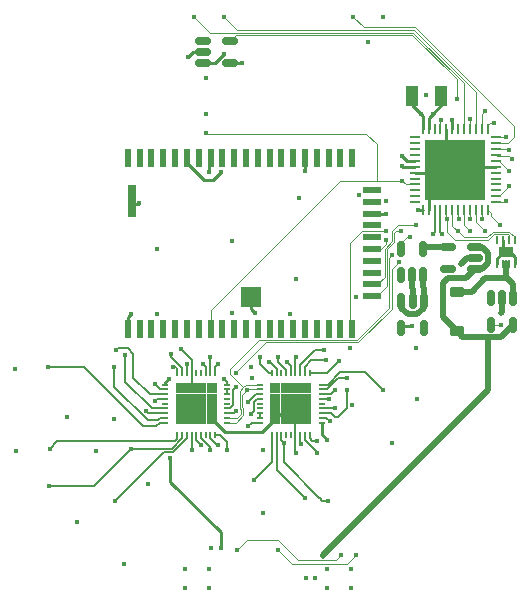
<source format=gbr>
%TF.GenerationSoftware,KiCad,Pcbnew,7.0.1*%
%TF.CreationDate,2023-04-30T22:37:30+01:00*%
%TF.ProjectId,left_main,6c656674-5f6d-4616-996e-2e6b69636164,rev?*%
%TF.SameCoordinates,Original*%
%TF.FileFunction,Copper,L4,Bot*%
%TF.FilePolarity,Positive*%
%FSLAX46Y46*%
G04 Gerber Fmt 4.6, Leading zero omitted, Abs format (unit mm)*
G04 Created by KiCad (PCBNEW 7.0.1) date 2023-04-30 22:37:30*
%MOMM*%
%LPD*%
G01*
G04 APERTURE LIST*
G04 Aperture macros list*
%AMRoundRect*
0 Rectangle with rounded corners*
0 $1 Rounding radius*
0 $2 $3 $4 $5 $6 $7 $8 $9 X,Y pos of 4 corners*
0 Add a 4 corners polygon primitive as box body*
4,1,4,$2,$3,$4,$5,$6,$7,$8,$9,$2,$3,0*
0 Add four circle primitives for the rounded corners*
1,1,$1+$1,$2,$3*
1,1,$1+$1,$4,$5*
1,1,$1+$1,$6,$7*
1,1,$1+$1,$8,$9*
0 Add four rect primitives between the rounded corners*
20,1,$1+$1,$2,$3,$4,$5,0*
20,1,$1+$1,$4,$5,$6,$7,0*
20,1,$1+$1,$6,$7,$8,$9,0*
20,1,$1+$1,$8,$9,$2,$3,0*%
G04 Aperture macros list end*
%TA.AperFunction,SMDPad,CuDef*%
%ADD10R,0.600000X1.500000*%
%TD*%
%TA.AperFunction,SMDPad,CuDef*%
%ADD11R,1.500000X0.600000*%
%TD*%
%TA.AperFunction,SMDPad,CuDef*%
%ADD12R,0.760000X2.790000*%
%TD*%
%TA.AperFunction,SMDPad,CuDef*%
%ADD13R,1.780000X1.780000*%
%TD*%
%TA.AperFunction,SMDPad,CuDef*%
%ADD14O,0.650000X0.200000*%
%TD*%
%TA.AperFunction,SMDPad,CuDef*%
%ADD15O,0.200000X0.650000*%
%TD*%
%TA.AperFunction,SMDPad,CuDef*%
%ADD16R,0.875000X0.875000*%
%TD*%
%TA.AperFunction,SMDPad,CuDef*%
%ADD17R,1.000000X1.800000*%
%TD*%
%TA.AperFunction,SMDPad,CuDef*%
%ADD18RoundRect,0.062500X-0.062500X0.375000X-0.062500X-0.375000X0.062500X-0.375000X0.062500X0.375000X0*%
%TD*%
%TA.AperFunction,SMDPad,CuDef*%
%ADD19RoundRect,0.062500X-0.375000X0.062500X-0.375000X-0.062500X0.375000X-0.062500X0.375000X0.062500X0*%
%TD*%
%TA.AperFunction,SMDPad,CuDef*%
%ADD20R,5.100000X5.100000*%
%TD*%
%TA.AperFunction,SMDPad,CuDef*%
%ADD21RoundRect,0.225000X0.375000X-0.225000X0.375000X0.225000X-0.375000X0.225000X-0.375000X-0.225000X0*%
%TD*%
%TA.AperFunction,SMDPad,CuDef*%
%ADD22RoundRect,0.150000X-0.150000X0.512500X-0.150000X-0.512500X0.150000X-0.512500X0.150000X0.512500X0*%
%TD*%
%TA.AperFunction,SMDPad,CuDef*%
%ADD23RoundRect,0.150000X0.150000X-0.512500X0.150000X0.512500X-0.150000X0.512500X-0.150000X-0.512500X0*%
%TD*%
%TA.AperFunction,SMDPad,CuDef*%
%ADD24RoundRect,0.150000X-0.512500X-0.150000X0.512500X-0.150000X0.512500X0.150000X-0.512500X0.150000X0*%
%TD*%
%TA.AperFunction,SMDPad,CuDef*%
%ADD25R,0.254000X0.711200*%
%TD*%
%TA.AperFunction,SMDPad,CuDef*%
%ADD26R,1.295400X0.889000*%
%TD*%
%TA.AperFunction,SMDPad,CuDef*%
%ADD27RoundRect,0.150000X0.512500X0.150000X-0.512500X0.150000X-0.512500X-0.150000X0.512500X-0.150000X0*%
%TD*%
%TA.AperFunction,ViaPad*%
%ADD28C,0.450000*%
%TD*%
%TA.AperFunction,Conductor*%
%ADD29C,0.500000*%
%TD*%
%TA.AperFunction,Conductor*%
%ADD30C,0.250000*%
%TD*%
%TA.AperFunction,Conductor*%
%ADD31C,0.150000*%
%TD*%
%TA.AperFunction,Conductor*%
%ADD32C,0.100000*%
%TD*%
%TA.AperFunction,Conductor*%
%ADD33C,0.127000*%
%TD*%
%TA.AperFunction,Conductor*%
%ADD34C,0.200000*%
%TD*%
G04 APERTURE END LIST*
D10*
%TO.P,U1,1,DR1*%
%TO.N,/DR1*%
X56130000Y-41760000D03*
%TO.P,U1,2,RFS1*%
%TO.N,/RFS1*%
X57130000Y-41760000D03*
%TO.P,U1,3,SCLK1*%
%TO.N,/SCLK1*%
X58130000Y-41760000D03*
%TO.P,U1,4,DT1*%
%TO.N,/DT1*%
X59130000Y-41760000D03*
%TO.P,U1,5,MCLK1*%
%TO.N,/MCLK1*%
X60130000Y-41760000D03*
%TO.P,U1,6,AOHPR*%
%TO.N,/AOHPR*%
X61130000Y-41760000D03*
%TO.P,U1,7,AOHPM*%
%TO.N,/AOHPM*%
X62130000Y-41760000D03*
%TO.P,U1,8,AOHPL*%
%TO.N,/AOHPL*%
X63130000Y-41760000D03*
%TO.P,U1,9,MICN2*%
%TO.N,/MICN2*%
X64130000Y-41760000D03*
%TO.P,U1,10,MICP2*%
%TO.N,/MICP2*%
X65130000Y-41760000D03*
%TO.P,U1,11,AIR*%
%TO.N,/AIR*%
X66130000Y-41760000D03*
%TO.P,U1,12,AIL*%
%TO.N,/AIL*%
X67130000Y-41760000D03*
%TO.P,U1,13,MICN1*%
%TO.N,/MICN1*%
X68130000Y-41760000D03*
%TO.P,U1,14,MICP1*%
%TO.N,/MICP1*%
X69130000Y-41760000D03*
%TO.P,U1,15,MICBIAS*%
%TO.N,/MICBIAS*%
X70130000Y-41760000D03*
%TO.P,U1,16,GND*%
%TO.N,GND*%
X71130000Y-41760000D03*
%TO.P,U1,17,DMIC1_CLK*%
%TO.N,/DMIC1_CLK*%
X72130000Y-41760000D03*
%TO.P,U1,18,DMIC1_R*%
%TO.N,/DMIC1_R*%
X73130000Y-41760000D03*
%TO.P,U1,19,DMIC1_L*%
%TO.N,/DMIC1_L*%
X74130000Y-41760000D03*
%TO.P,U1,20,P3_2*%
%TO.N,/P3_2*%
X75130000Y-41760000D03*
D11*
%TO.P,U1,21,P2_6*%
%TO.N,/P2_6*%
X76780000Y-44510000D03*
%TO.P,U1,22,ADAP_IN*%
%TO.N,/ADAP_IN*%
X76780000Y-45510000D03*
%TO.P,U1,23,BAT_IN*%
%TO.N,+3V3*%
X76780000Y-46510000D03*
%TO.P,U1,24,SYS_PWR*%
%TO.N,/SYS_PWR*%
X76780000Y-47510000D03*
%TO.P,U1,25,VDD_IO*%
%TO.N,/VDD_IO*%
X76780000Y-48510000D03*
%TO.P,U1,26,PWR(MFB)*%
%TO.N,/D4*%
X76780000Y-49510000D03*
%TO.P,U1,27,SK1_AMB_DET*%
%TO.N,/SK1_AMB_DET*%
X76780000Y-50510000D03*
%TO.P,U1,28,SK2_KEY_AD*%
%TO.N,/SK2_KEY_AD*%
X76780000Y-51510000D03*
%TO.P,U1,29,P8_6/UART_RXD*%
%TO.N,/BM83_UART_RX*%
X76780000Y-52510000D03*
%TO.P,U1,30,P8_5/UART_TXD*%
%TO.N,/BM83_UART_TX*%
X76780000Y-53510000D03*
D10*
%TO.P,U1,31,P3_4/UART_RTS*%
%TO.N,/BM83_PROG_EN*%
X75130000Y-56260000D03*
%TO.P,U1,32,LED1*%
%TO.N,/LED1*%
X74130000Y-56260000D03*
%TO.P,U1,33,P0_2*%
%TO.N,/P0_2*%
X73130000Y-56260000D03*
%TO.P,U1,34,LED2*%
%TO.N,/LED2*%
X72130000Y-56260000D03*
%TO.P,U1,35,P0_6*%
%TO.N,/P0_6*%
X71130000Y-56260000D03*
%TO.P,U1,36,DM*%
%TO.N,/DN*%
X70130000Y-56260000D03*
%TO.P,U1,37,DP*%
%TO.N,/DP*%
X69130000Y-56260000D03*
%TO.P,U1,38,P0_3*%
%TO.N,/P0_3*%
X68130000Y-56260000D03*
%TO.P,U1,39,P2_7*%
%TO.N,/P2_7*%
X67130000Y-56260000D03*
%TO.P,U1,40,P0_5*%
%TO.N,/P0_5*%
X66130000Y-56260000D03*
%TO.P,U1,41,P1_6/PWM1*%
%TO.N,/P1_6*%
X65130000Y-56260000D03*
%TO.P,U1,42,P2_3*%
%TO.N,/P2_3*%
X64130000Y-56260000D03*
%TO.P,U1,43,RST_N*%
%TO.N,/~{RESET}*%
X63130000Y-56260000D03*
%TO.P,U1,44,P0_1*%
%TO.N,/P0_1*%
X62130000Y-56260000D03*
%TO.P,U1,45,P0_7*%
%TO.N,/P0_7*%
X61130000Y-56260000D03*
%TO.P,U1,46,P1_2/TDI_CPU/SDL*%
%TO.N,/P1_2*%
X60130000Y-56260000D03*
%TO.P,U1,47,P1_3/TCK_CPU/SDA*%
%TO.N,/P1_3*%
X59130000Y-56260000D03*
%TO.P,U1,48,P3_7/UART_CTS*%
%TO.N,/P3_7*%
X58130000Y-56260000D03*
%TO.P,U1,49,P0_0/UART_TX_IND*%
%TO.N,/P0_0*%
X57130000Y-56260000D03*
D12*
%TO.P,U1,50,GND*%
%TO.N,GND*%
X56450000Y-45470000D03*
D13*
X66560000Y-53530000D03*
D10*
X56130000Y-56260000D03*
%TD*%
D14*
%TO.P,IC1,1,AGND*%
%TO.N,GND*%
X67296428Y-64200000D03*
%TO.P,IC1,2,QLINL*%
%TO.N,Net-(IC1-LINL)*%
X67296428Y-63800000D03*
%TO.P,IC1,3,LINL*%
X67296428Y-63400000D03*
%TO.P,IC1,4,TRSDA*%
%TO.N,unconnected-(IC1-TRSDA-Pad4)*%
X67296428Y-63000000D03*
%TO.P,IC1,5,TRSCL*%
%TO.N,unconnected-(IC1-TRSCL-Pad5)*%
X67296428Y-62600000D03*
%TO.P,IC1,6,LINR*%
%TO.N,Net-(IC1-LINR)*%
X67296428Y-62200000D03*
%TO.P,IC1,7,QLINR*%
%TO.N,Net-(IC1-QLINR)*%
X67296428Y-61800000D03*
%TO.P,IC1,8,ANC/CSDA*%
%TO.N,/I2C_SDA*%
X67296428Y-61400000D03*
%TO.P,IC1,9,MODE/CSCL*%
%TO.N,/I2C_SCL*%
X67296428Y-61000000D03*
D15*
%TO.P,IC1,10,MICACL*%
%TO.N,Net-(IC1-MICACL)*%
X68321428Y-59975000D03*
%TO.P,IC1,11,MICL*%
%TO.N,Net-(IC1-MICL)*%
X68721428Y-59975000D03*
%TO.P,IC1,12,ILED*%
%TO.N,unconnected-(IC1-ILED-Pad12)*%
X69121428Y-59975000D03*
%TO.P,IC1,13,MICS*%
%TO.N,Net-(IC1-MICS)*%
X69521428Y-59975000D03*
%TO.P,IC1,14,MICR*%
%TO.N,Net-(IC1-MICR)*%
X69921428Y-59975000D03*
%TO.P,IC1,15,MICACR*%
%TO.N,Net-(IC1-MICACR)*%
X70321428Y-59975000D03*
%TO.P,IC1,16,QMICR*%
%TO.N,Net-(IC1-QMICR)*%
X70721428Y-59975000D03*
%TO.P,IC1,17,IOP1R*%
%TO.N,/HP_driver_R/IOP1R*%
X71121428Y-59975000D03*
%TO.P,IC1,18,QOP1R*%
%TO.N,/HP_driver_R/QOP1R*%
X71521428Y-59975000D03*
D14*
%TO.P,IC1,19,IOP2R*%
%TO.N,/HP_driver_R/IOP2R*%
X72546428Y-61000000D03*
%TO.P,IC1,20,QOP2R*%
%TO.N,/HP_driver_R/QOP2R*%
X72546428Y-61400000D03*
%TO.P,IC1,21,BPL*%
%TO.N,GND*%
X72546428Y-61800000D03*
%TO.P,IC1,22,HPL*%
%TO.N,/HP_R_-*%
X72546428Y-62200000D03*
%TO.P,IC1,23,MIXL*%
%TO.N,unconnected-(IC1-MIXL-Pad23)*%
X72546428Y-62600000D03*
%TO.P,IC1,24,MIXR*%
%TO.N,Net-(IC1-MIXR)*%
X72546428Y-63000000D03*
%TO.P,IC1,25,HPR*%
%TO.N,/HP_R_+*%
X72546428Y-63400000D03*
%TO.P,IC1,26,BPR*%
%TO.N,/audio_in_R*%
X72546428Y-63800000D03*
%TO.P,IC1,27,VBAT*%
%TO.N,+1V8*%
X72546428Y-64200000D03*
D15*
%TO.P,IC1,28,CPP*%
%TO.N,Net-(IC1-CPP)*%
X71521428Y-65225000D03*
%TO.P,IC1,29,GND*%
%TO.N,GND*%
X71121428Y-65225000D03*
%TO.P,IC1,30,CPN*%
%TO.N,Net-(IC1-CPN)*%
X70721428Y-65225000D03*
%TO.P,IC1,31,VNEG*%
%TO.N,/HP_driver_L/vneg*%
X70321428Y-65225000D03*
%TO.P,IC1,32,QOP2L*%
%TO.N,unconnected-(IC1-QOP2L-Pad32)*%
X69921428Y-65225000D03*
%TO.P,IC1,33,IOP2L*%
%TO.N,unconnected-(IC1-IOP2L-Pad33)*%
X69521428Y-65225000D03*
%TO.P,IC1,34,QOP1L*%
%TO.N,Net-(IC1-MIXR)*%
X69121428Y-65225000D03*
%TO.P,IC1,35,IOP1L*%
%TO.N,Net-(IC1-IOP1L)*%
X68721428Y-65225000D03*
%TO.P,IC1,36,QMICL*%
%TO.N,Net-(IC1-QMICL)*%
X68321428Y-65225000D03*
D16*
%TO.P,IC1,37,EP*%
%TO.N,/HP_driver_L/vneg*%
X68608928Y-61287500D03*
X68608928Y-62162500D03*
X68608928Y-63037500D03*
X68608928Y-63912500D03*
X69483928Y-61287500D03*
X69483928Y-62162500D03*
X69483928Y-63037500D03*
X69483928Y-63912500D03*
X70358928Y-61287500D03*
X70358928Y-62162500D03*
X70358928Y-63037500D03*
X70358928Y-63912500D03*
X71233928Y-61287500D03*
X71233928Y-62162500D03*
X71233928Y-63037500D03*
X71233928Y-63912500D03*
%TD*%
D17*
%TO.P,Y1,1,1*%
%TO.N,Net-(U2-PA00{slash}EINT0{slash}SERCOM1.0)*%
X80176500Y-36566500D03*
%TO.P,Y1,2,2*%
%TO.N,Net-(U2-PA01{slash}EINT1{slash}SERCOM1.1)*%
X82676500Y-36566500D03*
%TD*%
D18*
%TO.P,U2,1,PA00/EINT0/SERCOM1.0*%
%TO.N,Net-(U2-PA00{slash}EINT0{slash}SERCOM1.0)*%
X81098000Y-39353000D03*
%TO.P,U2,2,PA01/EINT1/SERCOM1.1*%
%TO.N,Net-(U2-PA01{slash}EINT1{slash}SERCOM1.1)*%
X81598000Y-39353000D03*
%TO.P,U2,3,PA02/EINT2/AIN0/Y0/VOUT*%
%TO.N,/A0*%
X82098000Y-39353000D03*
%TO.P,U2,4,PA03/EINT3/VREFA/AIN1*%
%TO.N,/AREF*%
X82598000Y-39353000D03*
%TO.P,U2,5,GNDA*%
%TO.N,GND*%
X83098000Y-39353000D03*
%TO.P,U2,6,VDDA*%
%TO.N,VDD*%
X83598000Y-39353000D03*
%TO.P,U2,7,PB08/I8/AIN2/SERCOM4.0*%
%TO.N,/A1*%
X84098000Y-39353000D03*
%TO.P,U2,8,PB09/I9/AIN3/SERCOM4.1*%
%TO.N,/A2*%
X84598000Y-39353000D03*
%TO.P,U2,9,PA04/EINT4/VREFB/AIN4/SERCOM0.0*%
%TO.N,/A3*%
X85098000Y-39353000D03*
%TO.P,U2,10,PA05/EINT5/AIN5/SERCOM0.1*%
%TO.N,/A4*%
X85598000Y-39353000D03*
%TO.P,U2,11,PA06/EINT6/AIN6/SERCOM0.2*%
%TO.N,/BM83_PROG_EN*%
X86098000Y-39353000D03*
%TO.P,U2,12,PA07/I7/AIN7/SERCOM0.3/I2SD0*%
%TO.N,/BAT_V_SENSE*%
X86598000Y-39353000D03*
D19*
%TO.P,U2,13,PA08/I2C/AIN16/SERCOM0+2.0/I2SD1*%
%TO.N,/D4*%
X87285500Y-40040500D03*
%TO.P,U2,14,PA09/I2C/I9/AIN17/SERCOM0+2.1/I2SMC*%
%TO.N,/D3*%
X87285500Y-40540500D03*
%TO.P,U2,15,PA10/I10/AIN18/SERCOM0+2.2/I2SCK*%
%TO.N,/BM83_UART_RX*%
X87285500Y-41040500D03*
%TO.P,U2,16,PA11/I11/AIN19/SERCOM0+2.3/I2SF0*%
%TO.N,/BM83_UART_TX*%
X87285500Y-41540500D03*
%TO.P,U2,17,VDDIO*%
%TO.N,VDD*%
X87285500Y-42040500D03*
%TO.P,U2,18,GND*%
%TO.N,GND*%
X87285500Y-42540500D03*
%TO.P,U2,19,PB10/I10/SERCOM4.2/I2SMC*%
%TO.N,/MOSI*%
X87285500Y-43040500D03*
%TO.P,U2,20,PB11/I11/SERCOM4.3/I2SCL*%
%TO.N,/SCLK*%
X87285500Y-43540500D03*
%TO.P,U2,21,PA12/I12/I2C/SERCOM2+4.0*%
%TO.N,/MISO*%
X87285500Y-44040500D03*
%TO.P,U2,22,PA13/I13/I2C/SERCOM2+4.1*%
%TO.N,unconnected-(U2-PA13{slash}I13{slash}I2C{slash}SERCOM2+4.1-Pad22)*%
X87285500Y-44540500D03*
%TO.P,U2,23,PA14/I14/SERCOM2+4.2*%
%TO.N,/D2*%
X87285500Y-45040500D03*
%TO.P,U2,24,PA15/I15/SERCOM3+4.3*%
%TO.N,/3V3_EN*%
X87285500Y-45540500D03*
D18*
%TO.P,U2,25,PA16/I2C/I0/SERCOM1+3.0*%
%TO.N,/D11*%
X86598000Y-46228000D03*
%TO.P,U2,26,PA17/I2C/I1/SERCOM1+3.1*%
%TO.N,/D13*%
X86098000Y-46228000D03*
%TO.P,U2,27,PA18/I2/SERCOM1+3.2*%
%TO.N,/D10*%
X85598000Y-46228000D03*
%TO.P,U2,28,PA19/I3/SERCOM1+3.3/I2SD0*%
%TO.N,/ANC_ON*%
X85098000Y-46228000D03*
%TO.P,U2,29,PA20/I4/SERCOM3+5.2/I2SSC*%
%TO.N,/ANC_OFF*%
X84598000Y-46228000D03*
%TO.P,U2,30,PA21/I5/SERCOM3+5.3/I2SFS0*%
%TO.N,/ANC_PBO*%
X84098000Y-46228000D03*
%TO.P,U2,31,PA22/I2C/I6/SERCOM3+5.0*%
%TO.N,/I2C_SDA*%
X83598000Y-46228000D03*
%TO.P,U2,32,PA23/I2C/I7/SERCOM3+5.1/SOF*%
%TO.N,/I2C_SCL*%
X83098000Y-46228000D03*
%TO.P,U2,33,PA24/I12/SERCOM3+5.2/D-*%
%TO.N,/USB_D-*%
X82598000Y-46228000D03*
%TO.P,U2,34,PA25/I13/SERCOM3+5.3/D+*%
%TO.N,/USB_D+*%
X82098000Y-46228000D03*
%TO.P,U2,35,GND*%
%TO.N,GND*%
X81598000Y-46228000D03*
%TO.P,U2,36,VDDIO*%
%TO.N,VDD*%
X81098000Y-46228000D03*
D19*
%TO.P,U2,37,PB22/I6/SERCOM5.2*%
%TO.N,unconnected-(U2-PB22{slash}I6{slash}SERCOM5.2-Pad37)*%
X80410500Y-45540500D03*
%TO.P,U2,38,PB23/I7/SERCOM5.3*%
%TO.N,unconnected-(U2-PB23{slash}I7{slash}SERCOM5.3-Pad38)*%
X80410500Y-45040500D03*
%TO.P,U2,39,PA27/I15*%
%TO.N,unconnected-(U2-PA27{slash}I15-Pad39)*%
X80410500Y-44540500D03*
%TO.P,U2,40,/RESET*%
%TO.N,/~{RESET}*%
X80410500Y-44040500D03*
%TO.P,U2,41,PA28/I8*%
%TO.N,unconnected-(U2-PA28{slash}I8-Pad41)*%
X80410500Y-43540500D03*
%TO.P,U2,42,GND*%
%TO.N,GND*%
X80410500Y-43040500D03*
%TO.P,U2,43,VDDCORE*%
%TO.N,Net-(U2-VDDCORE)*%
X80410500Y-42540500D03*
%TO.P,U2,44,VDDIN*%
%TO.N,VDD*%
X80410500Y-42040500D03*
%TO.P,U2,45,PA30/I10/SECOM1.2/SWCLK*%
%TO.N,/SWCLK*%
X80410500Y-41540500D03*
%TO.P,U2,46,PA31/I11/SECOM1.3/SWDIO*%
%TO.N,/SWDIO*%
X80410500Y-41040500D03*
%TO.P,U2,47,PB02/I2/AIN10/SERCOM5.0*%
%TO.N,/A5*%
X80410500Y-40540500D03*
%TO.P,U2,48,PB03/I3/AIN11/SERCOM5.1*%
%TO.N,unconnected-(U2-PB03{slash}I3{slash}AIN11{slash}SERCOM5.1-Pad48)*%
X80410500Y-40040500D03*
D20*
%TO.P,U2,49,GND*%
%TO.N,GND*%
X83848000Y-42790500D03*
%TD*%
D21*
%TO.P,D2,1,C*%
%TO.N,VBUS*%
X84000000Y-56450000D03*
%TO.P,D2,2,A*%
%TO.N,+BATT*%
X84000000Y-53150000D03*
%TD*%
D22*
%TO.P,U6,1,VIN*%
%TO.N,+3V3*%
X79300000Y-53925000D03*
%TO.P,U6,2,GND*%
%TO.N,GND*%
X80250000Y-53925000D03*
%TO.P,U6,3,EN*%
%TO.N,+3V3*%
X81200000Y-53925000D03*
%TO.P,U6,4,NC*%
%TO.N,unconnected-(U6-NC-Pad4)*%
X81200000Y-56200000D03*
%TO.P,U6,5,VOUT*%
%TO.N,+1V8*%
X79300000Y-56200000D03*
%TD*%
D23*
%TO.P,U7,1,OUT*%
%TO.N,+3V3*%
X81150000Y-51737500D03*
%TO.P,U7,2,GND*%
%TO.N,GND*%
X80200000Y-51737500D03*
%TO.P,U7,3,~{FLG}*%
%TO.N,unconnected-(U7-~{FLG}-Pad3)*%
X79250000Y-51737500D03*
%TO.P,U7,4,EN*%
%TO.N,/3V3_EN*%
X79250000Y-49462500D03*
%TO.P,U7,5,IN*%
%TO.N,VDD*%
X81150000Y-49462500D03*
%TD*%
D22*
%TO.P,U3,1,STAT*%
%TO.N,unconnected-(U3-STAT-Pad1)*%
X86850000Y-53627500D03*
%TO.P,U3,2,VSS*%
%TO.N,GND*%
X87800000Y-53627500D03*
%TO.P,U3,3,VBAT*%
%TO.N,+BATT*%
X88750000Y-53627500D03*
%TO.P,U3,4,VDD*%
%TO.N,VBUS*%
X88750000Y-55902500D03*
%TO.P,U3,5,PROG*%
%TO.N,Net-(U3-PROG)*%
X86850000Y-55902500D03*
%TD*%
D24*
%TO.P,U8,1,OUT*%
%TO.N,Net-(U8-OUT)*%
X62495000Y-33782000D03*
%TO.P,U8,2,GND*%
%TO.N,GND*%
X62495000Y-32832000D03*
%TO.P,U8,3,~{FLG}*%
%TO.N,unconnected-(U8-~{FLG}-Pad3)*%
X62495000Y-31882000D03*
%TO.P,U8,4,EN*%
%TO.N,/A3*%
X64770000Y-31882000D03*
%TO.P,U8,5,IN*%
%TO.N,+3V3*%
X64770000Y-33782000D03*
%TD*%
D25*
%TO.P,U5,1,CTG*%
%TO.N,GND*%
X88876002Y-50774600D03*
%TO.P,U5,2,CELL*%
%TO.N,+BATT*%
X88376001Y-50774600D03*
%TO.P,U5,3,VDD*%
X87876001Y-50774600D03*
%TO.P,U5,4,GND*%
%TO.N,GND*%
X87376000Y-50774600D03*
%TO.P,U5,5,\u002AALRT*%
%TO.N,unconnected-(U5-\u002AALRT-Pad5)*%
X87376000Y-48768000D03*
%TO.P,U5,6,QSTRT*%
%TO.N,GND*%
X87876001Y-48768000D03*
%TO.P,U5,7,SCL*%
%TO.N,/I2C_SCL*%
X88376001Y-48768000D03*
%TO.P,U5,8,SDA*%
%TO.N,/I2C_SDA*%
X88876002Y-48768000D03*
D26*
%TO.P,U5,9,EPAD*%
%TO.N,GND*%
X88126001Y-49771300D03*
%TD*%
D14*
%TO.P,IC2,1,AGND*%
%TO.N,GND*%
X64550000Y-61000000D03*
%TO.P,IC2,2,QLINL*%
%TO.N,Net-(IC2-LINL)*%
X64550000Y-61400000D03*
%TO.P,IC2,3,LINL*%
X64550000Y-61800000D03*
%TO.P,IC2,4,TRSDA*%
%TO.N,unconnected-(IC2-TRSDA-Pad4)*%
X64550000Y-62200000D03*
%TO.P,IC2,5,TRSCL*%
%TO.N,unconnected-(IC2-TRSCL-Pad5)*%
X64550000Y-62600000D03*
%TO.P,IC2,6,LINR*%
%TO.N,Net-(IC2-LINR)*%
X64550000Y-63000000D03*
%TO.P,IC2,7,QLINR*%
%TO.N,Net-(IC2-QLINR)*%
X64550000Y-63400000D03*
%TO.P,IC2,8,ANC/CSDA*%
%TO.N,/I2C_SCL*%
X64550000Y-63800000D03*
%TO.P,IC2,9,MODE/CSCL*%
%TO.N,/I2C_SDA*%
X64550000Y-64200000D03*
D15*
%TO.P,IC2,10,MICACL*%
%TO.N,Net-(IC2-MICACL)*%
X63525000Y-65225000D03*
%TO.P,IC2,11,MICL*%
%TO.N,Net-(IC2-MICL)*%
X63125000Y-65225000D03*
%TO.P,IC2,12,ILED*%
%TO.N,unconnected-(IC2-ILED-Pad12)*%
X62725000Y-65225000D03*
%TO.P,IC2,13,MICS*%
%TO.N,Net-(IC2-MICS)*%
X62325000Y-65225000D03*
%TO.P,IC2,14,MICR*%
%TO.N,Net-(IC2-MICR)*%
X61925000Y-65225000D03*
%TO.P,IC2,15,MICACR*%
%TO.N,Net-(IC2-MICACR)*%
X61525000Y-65225000D03*
%TO.P,IC2,16,QMICR*%
%TO.N,Net-(IC2-QMICR)*%
X61125000Y-65225000D03*
%TO.P,IC2,17,IOP1R*%
%TO.N,/HP_driver_L/IOP1R*%
X60725000Y-65225000D03*
%TO.P,IC2,18,QOP1R*%
%TO.N,/HP_driver_L/QOP1R*%
X60325000Y-65225000D03*
D14*
%TO.P,IC2,19,IOP2R*%
%TO.N,/HP_driver_L/IOP2R*%
X59300000Y-64200000D03*
%TO.P,IC2,20,QOP2R*%
%TO.N,/HP_driver_L/QOP2R*%
X59300000Y-63800000D03*
%TO.P,IC2,21,BPL*%
%TO.N,GND*%
X59300000Y-63400000D03*
%TO.P,IC2,22,HPL*%
%TO.N,/HP_L_-*%
X59300000Y-63000000D03*
%TO.P,IC2,23,MIXL*%
%TO.N,unconnected-(IC2-MIXL-Pad23)*%
X59300000Y-62600000D03*
%TO.P,IC2,24,MIXR*%
%TO.N,Net-(IC2-MIXR)*%
X59300000Y-62200000D03*
%TO.P,IC2,25,HPR*%
%TO.N,/HP_L_+*%
X59300000Y-61800000D03*
%TO.P,IC2,26,BPR*%
%TO.N,/audio_in_L*%
X59300000Y-61400000D03*
%TO.P,IC2,27,VBAT*%
%TO.N,+1V8*%
X59300000Y-61000000D03*
D15*
%TO.P,IC2,28,CPP*%
%TO.N,Net-(IC2-CPP)*%
X60325000Y-59975000D03*
%TO.P,IC2,29,GND*%
%TO.N,GND*%
X60725000Y-59975000D03*
%TO.P,IC2,30,CPN*%
%TO.N,Net-(IC2-CPN)*%
X61125000Y-59975000D03*
%TO.P,IC2,31,VNEG*%
%TO.N,/HP_driver_L/vneg*%
X61525000Y-59975000D03*
%TO.P,IC2,32,QOP2L*%
%TO.N,unconnected-(IC2-QOP2L-Pad32)*%
X61925000Y-59975000D03*
%TO.P,IC2,33,IOP2L*%
%TO.N,unconnected-(IC2-IOP2L-Pad33)*%
X62325000Y-59975000D03*
%TO.P,IC2,34,QOP1L*%
%TO.N,Net-(IC2-MIXR)*%
X62725000Y-59975000D03*
%TO.P,IC2,35,IOP1L*%
%TO.N,Net-(IC2-IOP1L)*%
X63125000Y-59975000D03*
%TO.P,IC2,36,QMICL*%
%TO.N,Net-(IC2-QMICL)*%
X63525000Y-59975000D03*
D16*
%TO.P,IC2,37,EP*%
%TO.N,/HP_driver_L/vneg*%
X63237500Y-63912500D03*
X63237500Y-63037500D03*
X63237500Y-62162500D03*
X63237500Y-61287500D03*
X62362500Y-63912500D03*
X62362500Y-63037500D03*
X62362500Y-62162500D03*
X62362500Y-61287500D03*
X61487500Y-63912500D03*
X61487500Y-63037500D03*
X61487500Y-62162500D03*
X61487500Y-61287500D03*
X60612500Y-63912500D03*
X60612500Y-63037500D03*
X60612500Y-62162500D03*
X60612500Y-61287500D03*
%TD*%
D27*
%TO.P,U4,1,IN*%
%TO.N,VBUS*%
X85537500Y-49300000D03*
%TO.P,U4,2,GND*%
%TO.N,GND*%
X85537500Y-50250000D03*
%TO.P,U4,3,EN*%
%TO.N,VBUS*%
X85537500Y-51200000D03*
%TO.P,U4,4,P4*%
%TO.N,unconnected-(U4-P4-Pad4)*%
X83262500Y-51200000D03*
%TO.P,U4,5,OUT*%
%TO.N,VDD*%
X83262500Y-49300000D03*
%TD*%
D28*
%TO.N,+3V3*%
X72000000Y-77400000D03*
X78000000Y-46535000D03*
X81200000Y-52800000D03*
X76500000Y-32000000D03*
X65786000Y-33782000D03*
%TO.N,GND*%
X85563914Y-41079448D03*
X56359500Y-55000000D03*
X85547496Y-44527343D03*
X78000000Y-45400000D03*
X57100000Y-45600000D03*
X57836250Y-69400000D03*
X66862944Y-54912444D03*
X88126001Y-49771300D03*
X81367000Y-36507000D03*
X63000000Y-76600000D03*
X73660000Y-61468000D03*
X63200000Y-74800000D03*
X80200000Y-52800000D03*
X80587500Y-62230000D03*
X75110000Y-62738000D03*
X59815500Y-58420000D03*
X58600000Y-55000000D03*
X66294000Y-64516000D03*
X71200000Y-77400000D03*
X53436250Y-66600000D03*
X77705627Y-29840795D03*
X74930000Y-57912000D03*
X70612000Y-45212000D03*
X54962500Y-63900000D03*
X69900000Y-55000000D03*
X63000000Y-78200000D03*
X73000000Y-76600000D03*
X75692000Y-44958000D03*
X87750000Y-54902500D03*
X66600000Y-59500000D03*
X84328000Y-50800000D03*
X55800000Y-76200000D03*
X85630500Y-42740500D03*
X78486000Y-65913000D03*
X81930926Y-42490500D03*
X61000000Y-76600000D03*
X51850000Y-72650000D03*
X61000000Y-78200000D03*
X64262000Y-60500000D03*
X46636250Y-66600000D03*
X80518000Y-57912000D03*
X51000000Y-63700000D03*
X82124228Y-41046611D03*
X75000000Y-78200000D03*
X70358000Y-52070000D03*
X82132438Y-44527343D03*
X61214000Y-33274000D03*
X58600000Y-49490500D03*
X46600000Y-59700000D03*
X57658000Y-63246000D03*
X71100000Y-42900000D03*
X67564000Y-71882000D03*
X64950500Y-48800000D03*
X75438000Y-53594000D03*
X64950500Y-54900000D03*
X73000000Y-78200000D03*
X75000000Y-76600000D03*
X62738000Y-38100000D03*
X66657894Y-60442106D03*
X62738000Y-35052000D03*
X72129131Y-66802000D03*
X67564000Y-66548000D03*
%TO.N,Net-(U2-VDDCORE)*%
X79380500Y-42490500D03*
%TO.N,Net-(U2-PA00{slash}EINT0{slash}SERCOM1.0)*%
X80918500Y-38090500D03*
%TO.N,Net-(U2-PA01{slash}EINT1{slash}SERCOM1.1)*%
X81934500Y-38090500D03*
%TO.N,+BATT*%
X88250000Y-52000000D03*
%TO.N,VBUS*%
X72675900Y-75469900D03*
X83400000Y-52000000D03*
%TO.N,VDD*%
X82100000Y-49300000D03*
X79380500Y-41615500D03*
X83598000Y-38590500D03*
X88392000Y-42926000D03*
X80730500Y-46190500D03*
%TO.N,Net-(IC1-MICL)*%
X68100000Y-59100000D03*
%TO.N,Net-(IC1-MICR)*%
X69600000Y-59100000D03*
%TO.N,Net-(IC1-MICS)*%
X68850000Y-58674000D03*
%TO.N,Net-(IC1-MICACL)*%
X67355000Y-58674000D03*
%TO.N,Net-(IC1-MICACR)*%
X70358000Y-58674000D03*
%TO.N,/AOHPR*%
X64000000Y-43000000D03*
%TO.N,+1V8*%
X73025000Y-65659000D03*
X59600000Y-60500000D03*
X80200000Y-56000000D03*
%TO.N,/HP_driver_L/vneg*%
X60600000Y-58000000D03*
X70358000Y-66802000D03*
%TO.N,Net-(IC1-CPN)*%
X70806050Y-66000000D03*
%TO.N,Net-(IC1-CPP)*%
X72136000Y-65786000D03*
%TO.N,Net-(IC1-QMICL)*%
X66802000Y-69088000D03*
%TO.N,Net-(IC1-IOP1L)*%
X71120000Y-70612000D03*
%TO.N,Net-(IC1-MIXR)*%
X69342000Y-65913000D03*
X73058750Y-70832250D03*
X73660000Y-62992000D03*
%TO.N,/HP_driver_R/QOP1R*%
X73977500Y-58991500D03*
%TO.N,/HP_driver_R/IOP2R*%
X77724000Y-61468000D03*
%TO.N,/HP_driver_R/QOP2R*%
X74676000Y-60452000D03*
%TO.N,Net-(IC1-QMICR)*%
X72781301Y-58035594D03*
%TO.N,/HP_driver_R/IOP1R*%
X72898000Y-58928000D03*
%TO.N,Net-(IC2-QMICL)*%
X63754000Y-59250000D03*
%TO.N,/AOHPL*%
X63000000Y-43000000D03*
%TO.N,Net-(IC2-MICL)*%
X63802500Y-66082500D03*
%TO.N,Net-(IC2-MICACL)*%
X64546428Y-66548000D03*
%TO.N,Net-(IC2-MICS)*%
X63052500Y-66548000D03*
%TO.N,Net-(IC2-IOP1L)*%
X63100000Y-58674000D03*
%TO.N,Net-(IC2-MICACR)*%
X61550000Y-66548000D03*
%TO.N,Net-(IC2-CPN)*%
X61098041Y-59212687D03*
%TO.N,Net-(IC2-CPP)*%
X59996884Y-59517929D03*
%TO.N,Net-(IC2-MICR)*%
X62302500Y-66082500D03*
%TO.N,Net-(IC2-MIXR)*%
X58420000Y-62386405D03*
X62484000Y-59250000D03*
%TO.N,/HP_driver_L/QOP1R*%
X49501250Y-66400000D03*
%TO.N,Net-(IC2-QMICR)*%
X55036250Y-70850000D03*
%TO.N,/HP_driver_L/IOP2R*%
X49400000Y-59497500D03*
%TO.N,/HP_driver_L/IOP1R*%
X49436250Y-69600000D03*
X56436250Y-66402500D03*
%TO.N,/HP_driver_L/QOP2R*%
X55000000Y-59500000D03*
%TO.N,/AREF*%
X82630500Y-38590500D03*
%TO.N,Net-(U8-OUT)*%
X64262000Y-33020000D03*
%TO.N,Net-(IC1-LINR)*%
X66548000Y-63500000D03*
%TO.N,Net-(IC1-QLINR)*%
X66294000Y-62500000D03*
%TO.N,/I2C_SDA*%
X66228000Y-61468000D03*
X84063188Y-48006000D03*
X65278000Y-60000000D03*
X79100000Y-50600000D03*
%TO.N,/I2C_SCL*%
X78486000Y-50038000D03*
X83130500Y-46990500D03*
%TO.N,/HP_R_-*%
X73152000Y-62230000D03*
%TO.N,/HP_R_+*%
X74676000Y-61468000D03*
%TO.N,/audio_in_R*%
X73250510Y-64106510D03*
%TO.N,Net-(IC2-LINR)*%
X65278000Y-61214000D03*
%TO.N,Net-(IC2-QLINR)*%
X65278000Y-63246000D03*
%TO.N,/HP_L_-*%
X55900000Y-58500000D03*
%TO.N,/HP_L_+*%
X55118000Y-58054974D03*
%TO.N,/audio_in_L*%
X58420000Y-60960000D03*
X64000000Y-74800000D03*
X59700000Y-67200000D03*
%TO.N,/D2*%
X88392000Y-44196000D03*
X68834000Y-75021000D03*
X75438000Y-75438000D03*
%TO.N,/ANC_PBO*%
X84130500Y-46990500D03*
%TO.N,/ANC_OFF*%
X85090000Y-48006000D03*
%TO.N,/ANC_ON*%
X85090000Y-46990000D03*
%TO.N,/D10*%
X86360000Y-48006000D03*
%TO.N,/USB_D+*%
X81948000Y-48260000D03*
%TO.N,/USB_D-*%
X82748000Y-48260000D03*
%TO.N,/D11*%
X74168000Y-75438000D03*
X65400000Y-75000000D03*
X87630000Y-47498000D03*
%TO.N,/D3*%
X75205627Y-29840795D03*
%TO.N,/A4*%
X64262000Y-29840795D03*
%TO.N,/D13*%
X86106000Y-46990000D03*
%TO.N,/BAT_V_SENSE*%
X87108140Y-38852500D03*
%TO.N,Net-(U3-PROG)*%
X87750000Y-55902500D03*
%TO.N,/~{RESET}*%
X79380500Y-43740500D03*
X62738000Y-39700000D03*
%TO.N,/BM83_UART_RX*%
X80518000Y-47498000D03*
X88392000Y-41148000D03*
%TO.N,/BM83_UART_TX*%
X88646000Y-41910000D03*
X79248000Y-48006000D03*
%TO.N,/BM83_PROG_EN*%
X86360000Y-37846000D03*
X77978000Y-47960000D03*
%TO.N,/A2*%
X61722000Y-29840795D03*
%TO.N,/A3*%
X85130500Y-38490500D03*
X83966500Y-36820500D03*
%TO.N,/D4*%
X77978000Y-48768000D03*
X88138000Y-39990500D03*
%TO.N,/3V3_EN*%
X80010000Y-48514000D03*
X88138000Y-45466000D03*
%TD*%
D29*
%TO.N,+3V3*%
X79300000Y-53925000D02*
X79300000Y-54486028D01*
D30*
X77975000Y-46510000D02*
X77030000Y-46510000D01*
D29*
X81200000Y-54486028D02*
X81200000Y-53925000D01*
X80648528Y-55037500D02*
X81200000Y-54486028D01*
X79300000Y-54486028D02*
X79851472Y-55037500D01*
X79851472Y-55037500D02*
X80648528Y-55037500D01*
X81200000Y-52800000D02*
X81200000Y-53925000D01*
X81150000Y-52750000D02*
X81200000Y-52800000D01*
D30*
X78000000Y-46535000D02*
X77975000Y-46510000D01*
X64770000Y-33782000D02*
X65786000Y-33782000D01*
D29*
X81150000Y-51737500D02*
X81150000Y-52750000D01*
%TO.N,GND*%
X87800000Y-54852500D02*
X87750000Y-54902500D01*
D30*
X61656000Y-32832000D02*
X61214000Y-33274000D01*
X87922801Y-49771300D02*
X88126001Y-49771300D01*
D31*
X57658000Y-63246000D02*
X57812000Y-63400000D01*
D30*
X87376000Y-50318101D02*
X87922801Y-49771300D01*
X82291889Y-41046611D02*
X83098000Y-40240500D01*
X66560000Y-53780000D02*
X66560000Y-54609500D01*
X88876002Y-50142001D02*
X88505301Y-49771300D01*
D31*
X66294000Y-64516000D02*
X66610000Y-64200000D01*
D30*
X62495000Y-32832000D02*
X61656000Y-32832000D01*
X87876001Y-48768000D02*
X87876001Y-49521300D01*
D29*
X80200000Y-52800000D02*
X80200000Y-51737500D01*
D31*
X73328000Y-61800000D02*
X72546428Y-61800000D01*
D29*
X87800000Y-53627500D02*
X87800000Y-54852500D01*
X80250000Y-52850000D02*
X80200000Y-52800000D01*
D31*
X59815500Y-58420000D02*
X59815500Y-58665500D01*
D30*
X56130000Y-55229500D02*
X56359500Y-55000000D01*
X81598000Y-46228000D02*
X81598000Y-45061781D01*
X71130000Y-42870000D02*
X71100000Y-42900000D01*
D29*
X80250000Y-53925000D02*
X80250000Y-52850000D01*
D30*
X81598000Y-45061781D02*
X82132438Y-44527343D01*
D31*
X71121428Y-65643626D02*
X71121428Y-65225000D01*
X59815500Y-58665500D02*
X60725000Y-59575000D01*
X64262000Y-60500000D02*
X64550000Y-60788000D01*
X57812000Y-63400000D02*
X59300000Y-63400000D01*
D30*
X88876002Y-50774600D02*
X88876002Y-50142001D01*
X87376000Y-50318101D02*
X87376000Y-50774600D01*
X56980000Y-45720000D02*
X57100000Y-45600000D01*
D29*
X84328000Y-50800000D02*
X84878000Y-50250000D01*
D31*
X64550000Y-60788000D02*
X64550000Y-61000000D01*
D30*
X56450000Y-45720000D02*
X56980000Y-45720000D01*
D31*
X66610000Y-64200000D02*
X67296428Y-64200000D01*
D30*
X88505301Y-49771300D02*
X88126001Y-49771300D01*
D31*
X73660000Y-61468000D02*
X73328000Y-61800000D01*
D29*
X84878000Y-50250000D02*
X85537500Y-50250000D01*
D30*
X56130000Y-56510000D02*
X56130000Y-55229500D01*
D31*
X72129131Y-66651329D02*
X71121428Y-65643626D01*
D30*
X71130000Y-41510000D02*
X71130000Y-42870000D01*
X83098000Y-40240500D02*
X83098000Y-39353000D01*
X82124228Y-41046611D02*
X82291889Y-41046611D01*
X87876001Y-49521300D02*
X88126001Y-49771300D01*
D31*
X72129131Y-66802000D02*
X72129131Y-66651329D01*
X60725000Y-59575000D02*
X60725000Y-59975000D01*
D30*
X80410500Y-43040500D02*
X83598000Y-43040500D01*
X66560000Y-54609500D02*
X66862944Y-54912444D01*
X84098000Y-42540500D02*
X83848000Y-42790500D01*
X87285500Y-42540500D02*
X84098000Y-42540500D01*
X83598000Y-43040500D02*
X83848000Y-42790500D01*
%TO.N,Net-(U2-VDDCORE)*%
X79430500Y-42540500D02*
X80410500Y-42540500D01*
X79380500Y-42490500D02*
X79430500Y-42540500D01*
%TO.N,Net-(U2-PA00{slash}EINT0{slash}SERCOM1.0)*%
X80176500Y-37348500D02*
X80918500Y-38090500D01*
X81098000Y-38270000D02*
X80918500Y-38090500D01*
X81098000Y-39360500D02*
X81098000Y-38270000D01*
X80176500Y-36566500D02*
X80176500Y-37348500D01*
%TO.N,Net-(U2-PA01{slash}EINT1{slash}SERCOM1.1)*%
X82676500Y-37348500D02*
X81934500Y-38090500D01*
X81598000Y-38427000D02*
X81598000Y-39360500D01*
X81934500Y-38090500D02*
X81598000Y-38427000D01*
X82676500Y-36566500D02*
X82676500Y-37348500D01*
D29*
%TO.N,+BATT*%
X88750000Y-52500000D02*
X88250000Y-52000000D01*
X88750000Y-53627500D02*
X88750000Y-52500000D01*
X88250000Y-52000000D02*
X86400000Y-52000000D01*
X86400000Y-52000000D02*
X85250000Y-53150000D01*
X85250000Y-53150000D02*
X84000000Y-53150000D01*
X88118125Y-51868125D02*
X88118125Y-50665800D01*
X88250000Y-52000000D02*
X88118125Y-51868125D01*
%TO.N,VBUS*%
X86600000Y-61482000D02*
X86600000Y-56915000D01*
X86098528Y-51200000D02*
X86650000Y-50648528D01*
X86600000Y-56915000D02*
X84465000Y-56915000D01*
X72675900Y-75469900D02*
X72675900Y-75406100D01*
X82800000Y-52400000D02*
X82800000Y-55250000D01*
X82800000Y-55250000D02*
X84000000Y-56450000D01*
X84000000Y-56450000D02*
X84465000Y-56915000D01*
X87737500Y-56915000D02*
X88750000Y-55902500D01*
X86650000Y-50648528D02*
X86650000Y-49851472D01*
X83400000Y-52000000D02*
X83200000Y-52000000D01*
X83400000Y-52000000D02*
X84737500Y-52000000D01*
X83200000Y-52000000D02*
X82800000Y-52400000D01*
X84737500Y-52000000D02*
X85537500Y-51200000D01*
X86650000Y-49851472D02*
X86098528Y-49300000D01*
X72675900Y-75406100D02*
X86600000Y-61482000D01*
X85537500Y-51200000D02*
X86098528Y-51200000D01*
X86098528Y-49300000D02*
X85537500Y-49300000D01*
X84465000Y-56915000D02*
X87737500Y-56915000D01*
D30*
%TO.N,VDD*%
X80768000Y-46228000D02*
X80730500Y-46190500D01*
D29*
X81312500Y-49300000D02*
X81150000Y-49462500D01*
D32*
X88392000Y-42926000D02*
X88392000Y-42908980D01*
D30*
X79380500Y-41615500D02*
X79805500Y-42040500D01*
X83598000Y-38590500D02*
X83598000Y-39353000D01*
D29*
X82100000Y-49300000D02*
X83262500Y-49300000D01*
D32*
X88392000Y-42908980D02*
X87523520Y-42040500D01*
X87523520Y-42040500D02*
X87285500Y-42040500D01*
D29*
X82100000Y-49300000D02*
X81312500Y-49300000D01*
D30*
X81098000Y-46228000D02*
X80768000Y-46228000D01*
X79805500Y-42040500D02*
X80410500Y-42040500D01*
D33*
%TO.N,Net-(IC1-MICL)*%
X68194512Y-59100000D02*
X68100000Y-59100000D01*
D31*
X68721428Y-59975000D02*
X68721428Y-59636638D01*
X68721428Y-59636638D02*
X68184790Y-59100000D01*
X68184790Y-59100000D02*
X68100000Y-59100000D01*
%TO.N,Net-(IC1-MICR)*%
X69921428Y-59975000D02*
X69921428Y-59421428D01*
X69921428Y-59421428D02*
X69600000Y-59100000D01*
%TO.N,Net-(IC1-MICS)*%
X69521428Y-59750000D02*
X69521428Y-59975000D01*
X68850000Y-58674000D02*
X68850000Y-59078572D01*
X68850000Y-59078572D02*
X69521428Y-59750000D01*
D33*
%TO.N,Net-(IC1-MICACL)*%
X67355000Y-59244786D02*
X67355000Y-58674000D01*
X68321428Y-59975000D02*
X68085214Y-59975000D01*
X68085214Y-59975000D02*
X67355000Y-59244786D01*
D31*
%TO.N,Net-(IC1-MICACR)*%
X70321428Y-58710572D02*
X70321428Y-59975000D01*
X70358000Y-58674000D02*
X70321428Y-58710572D01*
D30*
%TO.N,/AOHPR*%
X61130000Y-42260000D02*
X61130000Y-41510000D01*
X63312000Y-43688000D02*
X62558000Y-43688000D01*
X62558000Y-43688000D02*
X61130000Y-42260000D01*
X64000000Y-43000000D02*
X63312000Y-43688000D01*
%TO.N,+1V8*%
X79500000Y-56000000D02*
X79300000Y-56200000D01*
X80200000Y-56000000D02*
X79500000Y-56000000D01*
X59600000Y-60500000D02*
X59300000Y-60800000D01*
X73025000Y-65659000D02*
X72546428Y-65180428D01*
X59300000Y-60800000D02*
X59300000Y-60975000D01*
X72546428Y-65180428D02*
X72546428Y-64225000D01*
%TO.N,/HP_driver_L/vneg*%
X64349000Y-65024000D02*
X67497428Y-65024000D01*
D31*
X70321428Y-65225000D02*
X70321428Y-63950000D01*
X70675000Y-63672500D02*
X70675000Y-62622500D01*
X70321428Y-66765428D02*
X70321428Y-65225000D01*
X61525000Y-59975000D02*
X61525000Y-61250000D01*
X60600000Y-58000000D02*
X61525000Y-58925000D01*
D30*
X67497428Y-65024000D02*
X68608928Y-63912500D01*
D31*
X70321428Y-63950000D02*
X70358928Y-63912500D01*
X61525000Y-59975000D02*
X61525000Y-58925000D01*
X70358000Y-66802000D02*
X70321428Y-66765428D01*
D30*
X63237500Y-63912500D02*
X64349000Y-65024000D01*
X68671428Y-63850000D02*
X69921428Y-62600000D01*
D31*
%TO.N,Net-(IC1-CPN)*%
X70806050Y-66000000D02*
X70721428Y-65915378D01*
X70721428Y-65915378D02*
X70721428Y-65225000D01*
%TO.N,Net-(IC1-CPP)*%
X72136000Y-65786000D02*
X71758776Y-65786000D01*
X71758776Y-65786000D02*
X71521428Y-65548652D01*
X71521428Y-65548652D02*
X71521428Y-65225000D01*
%TO.N,Net-(IC1-QMICL)*%
X66802000Y-69088000D02*
X68321428Y-67568572D01*
X68321428Y-67568572D02*
X68321428Y-65225000D01*
%TO.N,Net-(IC1-IOP1L)*%
X68721428Y-68213428D02*
X71120000Y-70612000D01*
X68721428Y-65225000D02*
X68721428Y-68213428D01*
%TO.N,Net-(IC1-MIXR)*%
X73058750Y-70832250D02*
X72610250Y-70832250D01*
X69342000Y-67564000D02*
X72356250Y-70578250D01*
X72610250Y-70832250D02*
X72390000Y-70612000D01*
X69342000Y-65913000D02*
X69342000Y-67564000D01*
X73660000Y-62992000D02*
X73652000Y-63000000D01*
X69121428Y-65692428D02*
X69342000Y-65913000D01*
X69121428Y-65225000D02*
X69121428Y-65692428D01*
X73652000Y-63000000D02*
X72546428Y-63000000D01*
%TO.N,/HP_driver_R/QOP1R*%
X73977500Y-58991500D02*
X72994000Y-59975000D01*
X72994000Y-59975000D02*
X71521428Y-59975000D01*
%TO.N,/HP_driver_R/IOP2R*%
X74092615Y-59944000D02*
X76200000Y-59944000D01*
X73036615Y-61000000D02*
X74092615Y-59944000D01*
X76200000Y-59944000D02*
X77724000Y-61468000D01*
X72546428Y-61000000D02*
X73036615Y-61000000D01*
%TO.N,/HP_driver_R/QOP2R*%
X73938169Y-60452000D02*
X72990169Y-61400000D01*
X72990169Y-61400000D02*
X72546428Y-61400000D01*
X74676000Y-60452000D02*
X73938169Y-60452000D01*
%TO.N,Net-(IC1-QMICR)*%
X72012406Y-58035594D02*
X70721428Y-59326572D01*
X72781301Y-58035594D02*
X72012406Y-58035594D01*
X70721428Y-59326572D02*
X70721428Y-59975000D01*
%TO.N,/HP_driver_R/IOP1R*%
X71677777Y-58928000D02*
X71121428Y-59484349D01*
X72898000Y-58928000D02*
X71677777Y-58928000D01*
X71121428Y-59484349D02*
X71121428Y-59975000D01*
%TO.N,Net-(IC2-QMICL)*%
X63754000Y-59250000D02*
X63525000Y-59479000D01*
X63525000Y-59479000D02*
X63525000Y-59975000D01*
D30*
%TO.N,/AOHPL*%
X63000000Y-43000000D02*
X63000000Y-41640000D01*
D31*
%TO.N,Net-(IC2-MICL)*%
X63707500Y-66082500D02*
X63802500Y-66082500D01*
X63125000Y-65500000D02*
X63707500Y-66082500D01*
X63125000Y-65225000D02*
X63125000Y-65500000D01*
%TO.N,Net-(IC2-MICACL)*%
X63955000Y-65225000D02*
X63525000Y-65225000D01*
X64546428Y-65816428D02*
X63955000Y-65225000D01*
X64546428Y-66548000D02*
X64546428Y-65816428D01*
%TO.N,Net-(IC2-MICS)*%
X63052500Y-66548000D02*
X63052500Y-66227500D01*
X63052500Y-66227500D02*
X62325000Y-65500000D01*
X62325000Y-65500000D02*
X62325000Y-65225000D01*
%TO.N,Net-(IC2-IOP1L)*%
X63125000Y-58699000D02*
X63125000Y-59975000D01*
X63100000Y-58674000D02*
X63125000Y-58699000D01*
%TO.N,Net-(IC2-MICACR)*%
X61525000Y-66523000D02*
X61525000Y-65225000D01*
X61550000Y-66548000D02*
X61525000Y-66523000D01*
%TO.N,Net-(IC2-CPN)*%
X61098041Y-59212687D02*
X61125000Y-59239646D01*
X61125000Y-59239646D02*
X61125000Y-59975000D01*
%TO.N,Net-(IC2-CPP)*%
X60172955Y-59517929D02*
X60325000Y-59669974D01*
X60325000Y-59669974D02*
X60325000Y-59975000D01*
X59996884Y-59517929D02*
X60172955Y-59517929D01*
%TO.N,Net-(IC2-MICR)*%
X61925000Y-65225000D02*
X61925000Y-65705000D01*
X61925000Y-65705000D02*
X62302500Y-66082500D01*
%TO.N,Net-(IC2-MIXR)*%
X58606405Y-62200000D02*
X59300000Y-62200000D01*
X62484000Y-59250000D02*
X62725000Y-59491000D01*
X58420000Y-62386405D02*
X58606405Y-62200000D01*
X62725000Y-59491000D02*
X62725000Y-59975000D01*
%TO.N,/HP_driver_L/QOP1R*%
X60325000Y-65225000D02*
X60325000Y-65575000D01*
X50115250Y-65786000D02*
X49501250Y-66400000D01*
X60325000Y-65575000D02*
X60114000Y-65786000D01*
X60114000Y-65786000D02*
X50115250Y-65786000D01*
%TO.N,Net-(IC2-QMICR)*%
X59954607Y-66652500D02*
X59233750Y-66652500D01*
X61125000Y-65482107D02*
X59954607Y-66652500D01*
X61125000Y-65225000D02*
X61125000Y-65482107D01*
X59233750Y-66652500D02*
X55036250Y-70850000D01*
%TO.N,/HP_driver_L/IOP2R*%
X59300000Y-64200000D02*
X58835554Y-64200000D01*
X57416000Y-64516000D02*
X52397500Y-59497500D01*
X58835554Y-64200000D02*
X58519554Y-64516000D01*
X52397500Y-59497500D02*
X49400000Y-59497500D01*
X58519554Y-64516000D02*
X57416000Y-64516000D01*
%TO.N,/HP_driver_L/IOP1R*%
X53238750Y-69600000D02*
X49436250Y-69600000D01*
X56436250Y-66402500D02*
X53238750Y-69600000D01*
X59851054Y-66402500D02*
X56436250Y-66402500D01*
X60725000Y-65225000D02*
X60725000Y-65528554D01*
X60725000Y-65528554D02*
X59851054Y-66402500D01*
%TO.N,/HP_driver_L/QOP2R*%
X57802446Y-64008000D02*
X58674000Y-64008000D01*
X58674000Y-64008000D02*
X58882000Y-63800000D01*
X55000000Y-59500000D02*
X55000000Y-61205554D01*
X58882000Y-63800000D02*
X59300000Y-63800000D01*
X55000000Y-61205554D02*
X57802446Y-64008000D01*
D32*
%TO.N,/AREF*%
X82598000Y-38623000D02*
X82598000Y-39353000D01*
X82630500Y-38590500D02*
X82598000Y-38623000D01*
D30*
%TO.N,Net-(U8-OUT)*%
X63500000Y-33782000D02*
X64262000Y-33020000D01*
X62495000Y-33782000D02*
X63500000Y-33782000D01*
D33*
%TO.N,Net-(IC1-LINL)*%
X67296428Y-63800000D02*
X67296428Y-63400000D01*
D31*
%TO.N,Net-(IC1-LINR)*%
X66796428Y-62486091D02*
X67082519Y-62200000D01*
X67082519Y-62200000D02*
X67296428Y-62200000D01*
X66548000Y-63500000D02*
X66796428Y-63251572D01*
X66796428Y-63251572D02*
X66796428Y-62486091D01*
%TO.N,Net-(IC1-QLINR)*%
X66994000Y-61800000D02*
X67296428Y-61800000D01*
X66294000Y-62500000D02*
X66994000Y-61800000D01*
D32*
%TO.N,/I2C_SDA*%
X65900000Y-63582842D02*
X65900000Y-63000000D01*
X65800000Y-61896000D02*
X66228000Y-61468000D01*
X75622842Y-57400000D02*
X78480000Y-54542842D01*
X65900000Y-63000000D02*
X65800000Y-62900000D01*
X67822000Y-57400000D02*
X75622842Y-57400000D01*
X88876002Y-48502558D02*
X88876002Y-48768000D01*
X65282842Y-64200000D02*
X65900000Y-63582842D01*
X84571188Y-48514000D02*
X86564558Y-48514000D01*
X78480000Y-51220000D02*
X79100000Y-50600000D01*
X64550000Y-64200000D02*
X65282842Y-64200000D01*
X83598000Y-47540812D02*
X83598000Y-46228000D01*
X78480000Y-54542842D02*
X78480000Y-51220000D01*
X66296000Y-61400000D02*
X67296428Y-61400000D01*
X87016158Y-48062400D02*
X88435844Y-48062400D01*
X84063188Y-48006000D02*
X84571188Y-48514000D01*
X86564558Y-48514000D02*
X87016158Y-48062400D01*
X65278000Y-60000000D02*
X65278000Y-59944000D01*
X65800000Y-62900000D02*
X65800000Y-61896000D01*
X66228000Y-61468000D02*
X66296000Y-61400000D01*
X65278000Y-59944000D02*
X67822000Y-57400000D01*
X84063188Y-48006000D02*
X83598000Y-47540812D01*
X88435844Y-48062400D02*
X88876002Y-48502558D01*
%TO.N,/I2C_SCL*%
X88376001Y-48285400D02*
X88353001Y-48262400D01*
X64800000Y-60100000D02*
X65900000Y-61200000D01*
X65400000Y-63800000D02*
X65700000Y-63500000D01*
X87099000Y-48262400D02*
X86593400Y-48768000D01*
X86593400Y-48768000D02*
X83820000Y-48768000D01*
X83098000Y-46228000D02*
X83098000Y-46958000D01*
X65700000Y-63500000D02*
X65700000Y-63100000D01*
X65600000Y-61500000D02*
X65900000Y-61200000D01*
X64550000Y-63800000D02*
X65400000Y-63800000D01*
X78280000Y-54460000D02*
X75540000Y-57200000D01*
X65700000Y-63100000D02*
X65600000Y-63000000D01*
X83130500Y-48078500D02*
X83130500Y-46990500D01*
X64800000Y-59660000D02*
X64800000Y-60100000D01*
X66100000Y-61000000D02*
X67296428Y-61000000D01*
X65900000Y-61200000D02*
X66100000Y-61000000D01*
X88376001Y-48768000D02*
X88376001Y-48285400D01*
X88353001Y-48262400D02*
X87099000Y-48262400D01*
X75540000Y-57200000D02*
X67260000Y-57200000D01*
X65600000Y-63000000D02*
X65600000Y-61500000D01*
X83820000Y-48768000D02*
X83130500Y-48078500D01*
X78486000Y-50038000D02*
X78280000Y-50244000D01*
X67260000Y-57200000D02*
X64800000Y-59660000D01*
X78280000Y-50244000D02*
X78280000Y-54460000D01*
X83098000Y-46958000D02*
X83130500Y-46990500D01*
D31*
%TO.N,/HP_R_-*%
X73122000Y-62200000D02*
X72546428Y-62200000D01*
X73152000Y-62230000D02*
X73122000Y-62200000D01*
%TO.N,/HP_R_+*%
X73306000Y-63400000D02*
X73660000Y-63754000D01*
X74676000Y-62992000D02*
X74676000Y-61468000D01*
X73914000Y-63754000D02*
X74676000Y-62992000D01*
X73660000Y-63754000D02*
X73914000Y-63754000D01*
X72546428Y-63400000D02*
X73306000Y-63400000D01*
%TO.N,/audio_in_R*%
X72546428Y-63800000D02*
X72944000Y-63800000D01*
X72944000Y-63800000D02*
X73250510Y-64106510D01*
D33*
%TO.N,Net-(IC2-LINL)*%
X64550000Y-61400000D02*
X64550000Y-61800000D01*
D31*
%TO.N,Net-(IC2-LINR)*%
X65278000Y-61214000D02*
X65050000Y-61442000D01*
X64763909Y-63000000D02*
X64550000Y-63000000D01*
X65050000Y-61442000D02*
X65050000Y-62713909D01*
X65050000Y-62713909D02*
X64763909Y-63000000D01*
%TO.N,Net-(IC2-QLINR)*%
X64550000Y-63400000D02*
X65124000Y-63400000D01*
X65124000Y-63400000D02*
X65278000Y-63246000D01*
%TO.N,/HP_L_-*%
X55900000Y-58500000D02*
X55900000Y-60726000D01*
X55900000Y-60726000D02*
X58174000Y-63000000D01*
X58174000Y-63000000D02*
X59300000Y-63000000D01*
%TO.N,/HP_L_+*%
X55260974Y-57912000D02*
X56134000Y-57912000D01*
X56600000Y-58378000D02*
X56600000Y-60400000D01*
X58000000Y-61800000D02*
X59300000Y-61800000D01*
X55118000Y-58054974D02*
X55260974Y-57912000D01*
X56134000Y-57912000D02*
X56600000Y-58378000D01*
X56600000Y-60400000D02*
X58000000Y-61800000D01*
D30*
%TO.N,/audio_in_L*%
X64000000Y-73500000D02*
X64000000Y-74800000D01*
X59700000Y-69200000D02*
X64000000Y-73500000D01*
X59700000Y-67200000D02*
X59700000Y-69200000D01*
D31*
X59300000Y-61400000D02*
X58860000Y-61400000D01*
X58860000Y-61400000D02*
X58420000Y-60960000D01*
D32*
%TO.N,/D2*%
X70013000Y-76200000D02*
X68834000Y-75021000D01*
X74676000Y-76200000D02*
X70013000Y-76200000D01*
X88392000Y-44196000D02*
X87547500Y-45040500D01*
X75438000Y-75438000D02*
X74676000Y-76200000D01*
X87547500Y-45040500D02*
X87285500Y-45040500D01*
%TO.N,/ANC_PBO*%
X84098000Y-46840000D02*
X84098000Y-46958000D01*
X84098000Y-46228000D02*
X84098000Y-46840000D01*
X84098000Y-46958000D02*
X84130500Y-46990500D01*
%TO.N,/ANC_OFF*%
X85090000Y-48006000D02*
X84598000Y-47514000D01*
X84598000Y-47514000D02*
X84598000Y-46228000D01*
%TO.N,/ANC_ON*%
X85098000Y-46466020D02*
X85098000Y-46228000D01*
X85090000Y-46474020D02*
X85098000Y-46466020D01*
X85090000Y-46990000D02*
X85090000Y-46474020D01*
%TO.N,/D10*%
X85598000Y-47244000D02*
X85598000Y-46228000D01*
X86360000Y-48006000D02*
X85598000Y-47244000D01*
D34*
%TO.N,/USB_D+*%
X82122999Y-46252999D02*
X82122999Y-48085001D01*
X82123000Y-46253000D02*
X82098000Y-46228000D01*
X82122999Y-48085001D02*
X81948000Y-48260000D01*
X82098000Y-46228000D02*
X82122999Y-46252999D01*
%TO.N,/USB_D-*%
X82573001Y-46252999D02*
X82573001Y-48085001D01*
X82573000Y-46253000D02*
X82598000Y-46228000D01*
X82573001Y-48085001D02*
X82748000Y-48260000D01*
X82598000Y-46228000D02*
X82573001Y-46252999D01*
D32*
%TO.N,/D11*%
X74168000Y-75438000D02*
X73736100Y-75869900D01*
X86852000Y-46720000D02*
X86852000Y-46482000D01*
X66232000Y-74168000D02*
X65400000Y-75000000D01*
X73736100Y-75869900D02*
X70522875Y-75869900D01*
X86852000Y-46482000D02*
X86598000Y-46228000D01*
X68820975Y-74168000D02*
X66232000Y-74168000D01*
X70522875Y-75869900D02*
X68820975Y-74168000D01*
X87630000Y-47498000D02*
X86852000Y-46720000D01*
%TO.N,/D3*%
X88800000Y-39114157D02*
X88800000Y-40050000D01*
X88309500Y-40540500D02*
X87285500Y-40540500D01*
X80435843Y-30750000D02*
X88800000Y-39114157D01*
X76114832Y-30750000D02*
X80435843Y-30750000D01*
X88800000Y-40050000D02*
X88309500Y-40540500D01*
X75205627Y-29840795D02*
X76114832Y-30750000D01*
%TO.N,/A4*%
X65409205Y-30988000D02*
X64262000Y-29840795D01*
X85598000Y-39353000D02*
X85598000Y-36194999D01*
X80391000Y-30988000D02*
X65409205Y-30988000D01*
X85598000Y-36194999D02*
X80391000Y-30988000D01*
%TO.N,/D13*%
X86106000Y-46474020D02*
X86098000Y-46466020D01*
X86098000Y-46466020D02*
X86098000Y-46228000D01*
X86106000Y-46990000D02*
X86106000Y-46474020D01*
%TO.N,/BAT_V_SENSE*%
X86598000Y-39023000D02*
X86598000Y-39353000D01*
X87108140Y-38852500D02*
X86768500Y-38852500D01*
X86768500Y-38852500D02*
X86598000Y-39023000D01*
%TO.N,Net-(U3-PROG)*%
X87750000Y-55902500D02*
X86850000Y-55902500D01*
%TO.N,/~{RESET}*%
X77225500Y-43740500D02*
X77216000Y-43750000D01*
X63201000Y-54655000D02*
X63155000Y-54655000D01*
X77216000Y-40640000D02*
X77216000Y-43750000D01*
X80410500Y-44040500D02*
X79680500Y-44040500D01*
X74106000Y-43750000D02*
X63201000Y-54655000D01*
X77216000Y-43750000D02*
X74106000Y-43750000D01*
X63155000Y-54655000D02*
X63155000Y-56485000D01*
X79680500Y-44040500D02*
X79380500Y-43740500D01*
X62738000Y-39700000D02*
X62776000Y-39738000D01*
X63155000Y-56485000D02*
X63130000Y-56510000D01*
X79380500Y-43740500D02*
X77225500Y-43740500D01*
X76314000Y-39738000D02*
X77216000Y-40640000D01*
X62776000Y-39738000D02*
X76314000Y-39738000D01*
%TO.N,/BM83_UART_RX*%
X87285500Y-41040500D02*
X88284500Y-41040500D01*
X78994000Y-47498000D02*
X80518000Y-47498000D01*
X77880000Y-51840000D02*
X77880000Y-49462894D01*
X77030000Y-52510000D02*
X77210000Y-52510000D01*
X78486000Y-48856894D02*
X78486000Y-48006000D01*
X77880000Y-49462894D02*
X78486000Y-48856894D01*
X78486000Y-48006000D02*
X78994000Y-47498000D01*
X88284500Y-41040500D02*
X88392000Y-41148000D01*
X77210000Y-52510000D02*
X77880000Y-51840000D01*
%TO.N,/BM83_UART_TX*%
X88646000Y-41910000D02*
X88392000Y-41656000D01*
X78686000Y-48939736D02*
X78080000Y-49545736D01*
X78867000Y-48006000D02*
X78686000Y-48187000D01*
X78080000Y-49545736D02*
X78080000Y-52620000D01*
X88392000Y-41656000D02*
X87401000Y-41656000D01*
X79248000Y-48006000D02*
X78867000Y-48006000D01*
X78686000Y-48187000D02*
X78686000Y-48939736D01*
X87401000Y-41656000D02*
X87285500Y-41540500D01*
X77190000Y-53510000D02*
X77030000Y-53510000D01*
X78080000Y-52620000D02*
X77190000Y-53510000D01*
%TO.N,/BM83_PROG_EN*%
X75980000Y-47960000D02*
X75980000Y-47970000D01*
X77978000Y-47960000D02*
X75980000Y-47960000D01*
X74930000Y-49020000D02*
X74930000Y-56380000D01*
X75980000Y-47970000D02*
X74930000Y-49020000D01*
X86098000Y-38108000D02*
X86098000Y-39353000D01*
X74930000Y-56380000D02*
X75100000Y-56550000D01*
X86360000Y-37846000D02*
X86098000Y-38108000D01*
%TO.N,/A2*%
X84598000Y-35477842D02*
X80308158Y-31188000D01*
X84598000Y-39353000D02*
X84598000Y-35477842D01*
X80308158Y-31188000D02*
X63069205Y-31188000D01*
X63069205Y-31188000D02*
X61722000Y-29840795D01*
%TO.N,/A3*%
X83966500Y-35989184D02*
X83966500Y-35129184D01*
X85098000Y-39353000D02*
X85098000Y-38523000D01*
X85098000Y-38523000D02*
X85130500Y-38490500D01*
X83966500Y-35129184D02*
X80225316Y-31388000D01*
X80225316Y-31388000D02*
X65264000Y-31388000D01*
X83966500Y-36820500D02*
X83966500Y-35989184D01*
X65264000Y-31388000D02*
X64770000Y-31882000D01*
%TO.N,/D4*%
X88088000Y-40040500D02*
X87285500Y-40040500D01*
X88138000Y-39990500D02*
X88088000Y-40040500D01*
X77978000Y-49082052D02*
X77978000Y-48768000D01*
X77030000Y-49510000D02*
X77550052Y-49510000D01*
X77550052Y-49510000D02*
X77978000Y-49082052D01*
%TO.N,/3V3_EN*%
X80010000Y-48514000D02*
X79756000Y-48514000D01*
X79756000Y-48514000D02*
X79250000Y-49020000D01*
X79250000Y-49020000D02*
X79250000Y-49462500D01*
X88063500Y-45540500D02*
X87285500Y-45540500D01*
X88138000Y-45466000D02*
X88063500Y-45540500D01*
%TD*%
M02*

</source>
